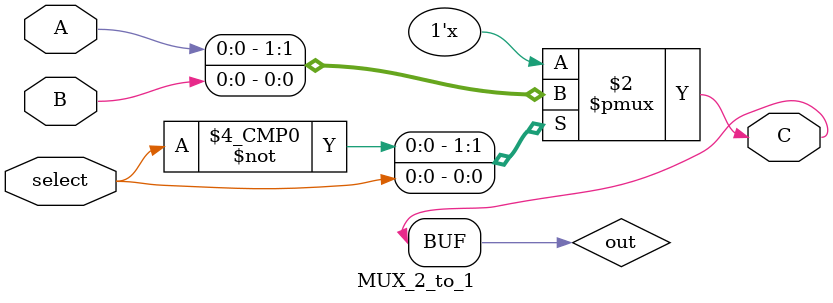
<source format=v>
`timescale 1ns / 1ps


module MUX_2_to_1(
input A,
input B,
input select,
output C
    );

reg out;
always @ (*)
begin
case (select)
1'b0: out = A;
1'b1: out = B;
endcase
end    

assign C=out;

endmodule

</source>
